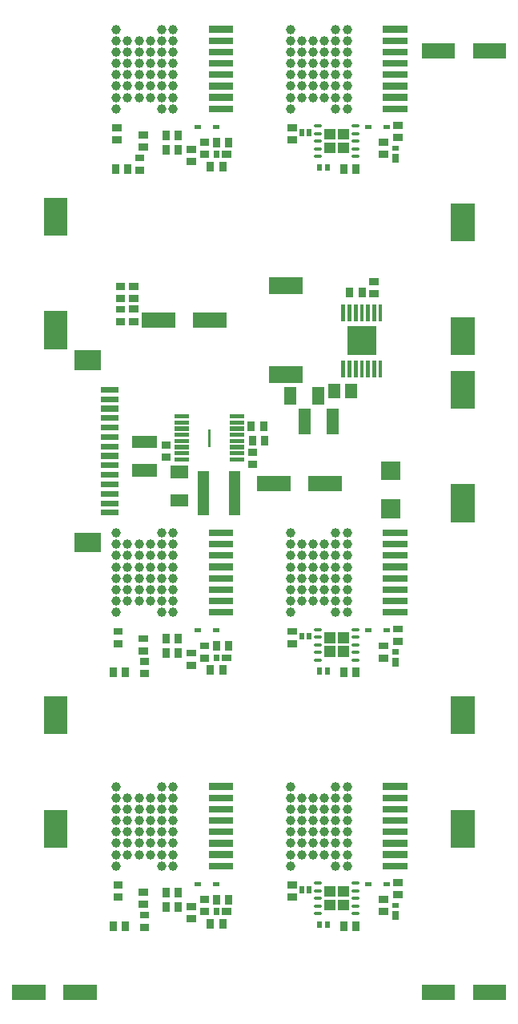
<source format=gbr>
G04 start of page 12 for group -4015 idx -4015 *
G04 Title: fet12, toppaste *
G04 Creator: pcb 20140316 *
G04 CreationDate: Thu 12 Apr 2018 01:23:09 AM GMT UTC *
G04 For: brian *
G04 Format: Gerber/RS-274X *
G04 PCB-Dimensions (mil): 6000.00 5000.00 *
G04 PCB-Coordinate-Origin: lower left *
%MOIN*%
%FSLAX25Y25*%
%LNTOPPASTE*%
%ADD217R,0.0460X0.0460*%
%ADD216R,0.0100X0.0100*%
%ADD215R,0.0177X0.0177*%
%ADD214C,0.0138*%
%ADD213C,0.0001*%
%ADD212R,0.0159X0.0159*%
%ADD211R,0.0217X0.0217*%
%ADD210R,0.0276X0.0276*%
%ADD209C,0.0394*%
%ADD208R,0.0276X0.0276*%
%ADD207R,0.0827X0.0827*%
%ADD206R,0.0236X0.0236*%
%ADD205R,0.0700X0.0700*%
%ADD204R,0.1181X0.1181*%
%ADD203R,0.0165X0.0165*%
%ADD202R,0.0512X0.0512*%
%ADD201R,0.0197X0.0197*%
%ADD200R,0.0295X0.0295*%
%ADD199R,0.0984X0.0984*%
%ADD198R,0.0630X0.0630*%
G54D198*X260890Y327500D02*X268370D01*
X239630D02*X247110D01*
G54D199*X200500Y166075D02*Y160169D01*
Y118831D02*Y112925D01*
G54D200*X246441Y404992D02*Y404008D01*
X251559Y404992D02*Y404008D01*
X320441Y390992D02*Y390008D01*
X325559Y390992D02*Y390008D01*
G54D201*X310426Y391393D02*Y390607D01*
X313574Y391393D02*Y390607D01*
G54D200*X236508Y399441D02*X237492D01*
X236508Y404559D02*X237492D01*
X235008Y395059D02*X235992D01*
X235008Y389941D02*X235992D01*
X225508Y407559D02*X226492D01*
X225508Y402441D02*X226492D01*
X230559Y390992D02*Y390008D01*
X225441Y390992D02*Y390008D01*
X246441Y398992D02*Y398008D01*
X251559Y398992D02*Y398008D01*
X264941Y391992D02*Y391008D01*
X270059Y391992D02*Y391008D01*
X328059Y339492D02*Y338508D01*
X322941Y339492D02*Y338508D01*
X332508Y338441D02*X333492D01*
X332508Y343559D02*X333492D01*
G54D202*X298095Y297181D02*Y294819D01*
X309905Y297181D02*Y294819D01*
X315905Y288255D02*Y282745D01*
X304095Y288255D02*Y282745D01*
G54D203*X320323Y309984D02*Y304630D01*
X322882Y309984D02*Y304630D01*
X325441Y309984D02*Y304630D01*
X328000Y309984D02*Y304630D01*
X330559Y309984D02*Y304630D01*
X333118Y309984D02*Y304630D01*
X335677Y309984D02*Y304630D01*
Y333370D02*Y328016D01*
X333118Y333370D02*Y328016D01*
X330559Y333370D02*Y328016D01*
X328000Y333370D02*Y328016D01*
X325441Y333370D02*Y328016D01*
X322882Y333370D02*Y328016D01*
X320323Y333370D02*Y328016D01*
G54D204*X327803Y319000D02*X328197D01*
G54D202*X323543Y298393D02*Y297607D01*
X316457Y298393D02*Y297607D01*
G54D205*X293000Y342000D02*X300000D01*
X293000Y305000D02*X300000D01*
G54D206*X220441Y298591D02*X225559D01*
X220441Y294654D02*X225559D01*
X220441Y290717D02*X225559D01*
X220441Y286780D02*X225559D01*
X220441Y282843D02*X225559D01*
X220441Y278906D02*X225559D01*
X220441Y274969D02*X225559D01*
X220441Y271031D02*X225559D01*
X220441Y267094D02*X225559D01*
X220441Y263157D02*X225559D01*
X220441Y259220D02*X225559D01*
X220441Y255283D02*X225559D01*
X220441Y251346D02*X225559D01*
X220441Y247409D02*X225559D01*
G54D207*X212370Y235008D02*X215126D01*
X212370Y310992D02*X215126D01*
G54D208*X265614Y415465D02*X273094D01*
X265614Y420189D02*X273094D01*
X265614Y424913D02*X273094D01*
X265614Y429638D02*X273094D01*
X265614Y434362D02*X273094D01*
X265614Y439087D02*X273094D01*
X265614Y443811D02*X273094D01*
X265614Y448535D02*X273094D01*
G54D209*X249354Y415465D03*
Y420189D03*
Y424913D03*
Y429638D03*
Y434362D03*
Y439087D03*
Y443811D03*
Y448535D03*
X244630Y415465D03*
Y420189D03*
Y424913D03*
Y429638D03*
Y434362D03*
Y439087D03*
Y443811D03*
Y448535D03*
X239906Y420189D03*
Y424913D03*
Y429638D03*
Y434362D03*
Y439087D03*
Y443811D03*
X235181Y420189D03*
Y424913D03*
Y429638D03*
Y434362D03*
Y439087D03*
Y443811D03*
X230457Y420189D03*
Y424913D03*
Y429638D03*
Y434362D03*
Y439087D03*
Y443811D03*
X225732Y415465D03*
Y420189D03*
Y424913D03*
Y429638D03*
Y434362D03*
Y439087D03*
Y443811D03*
Y448535D03*
G54D208*X338114Y415465D02*X345594D01*
X338114Y420189D02*X345594D01*
X338114Y424913D02*X345594D01*
X338114Y429638D02*X345594D01*
X338114Y434362D02*X345594D01*
X338114Y439087D02*X345594D01*
X338114Y443811D02*X345594D01*
X338114Y448535D02*X345594D01*
G54D209*X321854Y415465D03*
Y420189D03*
Y424913D03*
Y429638D03*
Y434362D03*
Y439087D03*
Y443811D03*
Y448535D03*
X317130Y415465D03*
Y420189D03*
Y424913D03*
Y429638D03*
Y434362D03*
Y439087D03*
Y443811D03*
Y448535D03*
X312406Y420189D03*
Y424913D03*
Y429638D03*
Y434362D03*
Y439087D03*
Y443811D03*
X307681Y420189D03*
Y424913D03*
Y429638D03*
Y434362D03*
Y439087D03*
Y443811D03*
X302957Y420189D03*
Y424913D03*
Y429638D03*
Y434362D03*
Y439087D03*
Y443811D03*
X298232Y415465D03*
Y420189D03*
Y424913D03*
Y429638D03*
Y434362D03*
Y439087D03*
Y443811D03*
Y448535D03*
G54D200*X342508Y403441D02*X343492D01*
X342508Y408559D02*X343492D01*
G54D210*X342000Y395319D02*Y394335D01*
G54D211*X341705Y398961D02*X342295D01*
G54D200*X336508Y396441D02*X337492D01*
X336508Y401559D02*X337492D01*
G54D212*X329978Y408000D02*X331187D01*
X337813D02*X339022D01*
G54D200*X272559Y401992D02*Y401008D01*
X267441Y401992D02*Y401008D01*
G54D212*X258978Y408000D02*X260187D01*
X266813D02*X268022D01*
G54D200*X262008Y396441D02*X262992D01*
X262008Y401559D02*X262992D01*
G54D210*X271181Y396500D02*X272165D01*
G54D211*X267539Y396795D02*Y396205D01*
G54D200*X298508Y407559D02*X299492D01*
X298508Y402441D02*X299492D01*
G54D201*X306074Y405893D02*Y405107D01*
X302926Y405893D02*Y405107D01*
G54D199*X370000Y323831D02*Y317925D01*
Y371075D02*Y365169D01*
Y301575D02*Y295669D01*
Y254331D02*Y248425D01*
G54D213*G36*
X336050Y268800D02*Y260900D01*
X343950D01*
Y268800D01*
X336050D01*
G37*
G36*
Y253100D02*Y245200D01*
X343950D01*
Y253100D01*
X336050D01*
G37*
G36*
X318091Y407118D02*Y402591D01*
X322618D01*
Y407118D01*
X318091D01*
G37*
G36*
Y401409D02*Y396882D01*
X322618D01*
Y401409D01*
X318091D01*
G37*
G36*
X312382Y407118D02*Y402591D01*
X316909D01*
Y407118D01*
X312382D01*
G37*
G36*
Y401409D02*Y396882D01*
X316909D01*
Y401409D01*
X312382D01*
G37*
G54D214*X308740Y395701D02*X310709D01*
X308740Y398850D02*X310709D01*
X308740Y402000D02*X310709D01*
X308740Y405150D02*X310709D01*
X308740Y408299D02*X310709D01*
X324291Y395701D02*X326260D01*
X324291Y398850D02*X326260D01*
X324291Y402000D02*X326260D01*
X324291Y405150D02*X326260D01*
X324291Y408299D02*X326260D01*
G54D199*X200500Y373575D02*Y367669D01*
Y326331D02*Y320425D01*
G54D200*X256508Y398559D02*X257492D01*
X256508Y393441D02*X257492D01*
G54D199*X370000Y166075D02*Y160169D01*
Y118831D02*Y112925D01*
G54D200*X246441Y195492D02*Y194508D01*
X251559Y195492D02*Y194508D01*
X320441Y181492D02*Y180508D01*
X325559Y181492D02*Y180508D01*
G54D201*X310426Y181893D02*Y181107D01*
X313574Y181893D02*Y181107D01*
G54D200*X236508Y189941D02*X237492D01*
X236508Y195059D02*X237492D01*
X237008Y185559D02*X237992D01*
X237008Y180441D02*X237992D01*
X226008Y198059D02*X226992D01*
X226008Y192941D02*X226992D01*
X229559Y181492D02*Y180508D01*
X224441Y181492D02*Y180508D01*
X246441Y189492D02*Y188508D01*
X251559Y189492D02*Y188508D01*
X264941Y182492D02*Y181508D01*
X270059Y182492D02*Y181508D01*
G54D208*X265614Y205965D02*X273094D01*
X265614Y210689D02*X273094D01*
X265614Y215413D02*X273094D01*
X265614Y220138D02*X273094D01*
X265614Y224862D02*X273094D01*
X265614Y229587D02*X273094D01*
X265614Y234311D02*X273094D01*
X265614Y239035D02*X273094D01*
G54D209*X249354Y205965D03*
Y210689D03*
Y215413D03*
Y220138D03*
Y224862D03*
Y229587D03*
Y234311D03*
Y239035D03*
X244630Y205965D03*
Y210689D03*
Y215413D03*
Y220138D03*
Y224862D03*
Y229587D03*
Y234311D03*
Y239035D03*
X239906Y210689D03*
Y215413D03*
Y220138D03*
Y224862D03*
Y229587D03*
Y234311D03*
X235181Y210689D03*
Y215413D03*
Y220138D03*
Y224862D03*
Y229587D03*
Y234311D03*
X230457Y210689D03*
Y215413D03*
Y220138D03*
Y224862D03*
Y229587D03*
Y234311D03*
X225732Y205965D03*
Y210689D03*
Y215413D03*
Y220138D03*
Y224862D03*
Y229587D03*
Y234311D03*
Y239035D03*
G54D208*X338114Y205965D02*X345594D01*
X338114Y210689D02*X345594D01*
X338114Y215413D02*X345594D01*
X338114Y220138D02*X345594D01*
X338114Y224862D02*X345594D01*
X338114Y229587D02*X345594D01*
X338114Y234311D02*X345594D01*
X338114Y239035D02*X345594D01*
G54D209*X321854Y205965D03*
Y210689D03*
Y215413D03*
Y220138D03*
Y224862D03*
Y229587D03*
Y234311D03*
Y239035D03*
X317130Y205965D03*
Y210689D03*
Y215413D03*
Y220138D03*
Y224862D03*
Y229587D03*
Y234311D03*
Y239035D03*
X312406Y210689D03*
Y215413D03*
Y220138D03*
Y224862D03*
Y229587D03*
Y234311D03*
X307681Y210689D03*
Y215413D03*
Y220138D03*
Y224862D03*
Y229587D03*
Y234311D03*
X302957Y210689D03*
Y215413D03*
Y220138D03*
Y224862D03*
Y229587D03*
Y234311D03*
X298232Y205965D03*
Y210689D03*
Y215413D03*
Y220138D03*
Y224862D03*
Y229587D03*
Y234311D03*
Y239035D03*
G54D200*X342508Y193941D02*X343492D01*
X342508Y199059D02*X343492D01*
G54D210*X342000Y185819D02*Y184835D01*
G54D211*X341705Y189461D02*X342295D01*
G54D200*X336508Y186941D02*X337492D01*
X336508Y192059D02*X337492D01*
G54D212*X329978Y198500D02*X331187D01*
X337813D02*X339022D01*
G54D200*X272559Y192492D02*Y191508D01*
X267441Y192492D02*Y191508D01*
G54D212*X258978Y198500D02*X260187D01*
X266813D02*X268022D01*
G54D200*X262008Y186941D02*X262992D01*
X262008Y192059D02*X262992D01*
G54D210*X271181Y187000D02*X272165D01*
G54D211*X267539Y187295D02*Y186705D01*
G54D200*X298508Y198059D02*X299492D01*
X298508Y192941D02*X299492D01*
G54D201*X306074Y196393D02*Y195607D01*
X302926Y196393D02*Y195607D01*
G54D213*G36*
X318091Y197618D02*Y193091D01*
X322618D01*
Y197618D01*
X318091D01*
G37*
G36*
Y191909D02*Y187382D01*
X322618D01*
Y191909D01*
X318091D01*
G37*
G36*
X312382Y197618D02*Y193091D01*
X316909D01*
Y197618D01*
X312382D01*
G37*
G36*
Y191909D02*Y187382D01*
X316909D01*
Y191909D01*
X312382D01*
G37*
G54D214*X308740Y186201D02*X310709D01*
X308740Y189350D02*X310709D01*
X308740Y192500D02*X310709D01*
X308740Y195650D02*X310709D01*
X308740Y198799D02*X310709D01*
X324291Y186201D02*X326260D01*
X324291Y189350D02*X326260D01*
X324291Y192500D02*X326260D01*
X324291Y195650D02*X326260D01*
X324291Y198799D02*X326260D01*
G54D200*X256508Y189059D02*X257492D01*
X256508Y183941D02*X257492D01*
X246441Y89992D02*Y89008D01*
X251559Y89992D02*Y89008D01*
X320441Y75992D02*Y75008D01*
X325559Y75992D02*Y75008D01*
G54D201*X310426Y76393D02*Y75607D01*
X313574Y76393D02*Y75607D01*
G54D200*X236508Y84441D02*X237492D01*
X236508Y89559D02*X237492D01*
X237008Y80059D02*X237992D01*
X237008Y74941D02*X237992D01*
X226008Y92559D02*X226992D01*
X226008Y87441D02*X226992D01*
X229559Y75992D02*Y75008D01*
X224441Y75992D02*Y75008D01*
X246441Y83992D02*Y83008D01*
X251559Y83992D02*Y83008D01*
X264941Y76992D02*Y76008D01*
X270059Y76992D02*Y76008D01*
G54D208*X265614Y100465D02*X273094D01*
X265614Y105189D02*X273094D01*
X265614Y109913D02*X273094D01*
X265614Y114638D02*X273094D01*
X265614Y119362D02*X273094D01*
X265614Y124087D02*X273094D01*
X265614Y128811D02*X273094D01*
X265614Y133535D02*X273094D01*
G54D209*X249354Y100465D03*
Y105189D03*
Y109913D03*
Y114638D03*
Y119362D03*
Y124087D03*
Y128811D03*
Y133535D03*
X244630Y100465D03*
Y105189D03*
Y109913D03*
Y114638D03*
Y119362D03*
Y124087D03*
Y128811D03*
Y133535D03*
X239906Y105189D03*
Y109913D03*
Y114638D03*
Y119362D03*
Y124087D03*
Y128811D03*
X235181Y105189D03*
Y109913D03*
Y114638D03*
Y119362D03*
Y124087D03*
Y128811D03*
X230457Y105189D03*
Y109913D03*
Y114638D03*
Y119362D03*
Y124087D03*
Y128811D03*
X225732Y100465D03*
Y105189D03*
Y109913D03*
Y114638D03*
Y119362D03*
Y124087D03*
Y128811D03*
Y133535D03*
G54D208*X338114Y100465D02*X345594D01*
X338114Y105189D02*X345594D01*
X338114Y109913D02*X345594D01*
X338114Y114638D02*X345594D01*
X338114Y119362D02*X345594D01*
X338114Y124087D02*X345594D01*
X338114Y128811D02*X345594D01*
X338114Y133535D02*X345594D01*
G54D209*X321854Y100465D03*
Y105189D03*
Y109913D03*
Y114638D03*
Y119362D03*
Y124087D03*
Y128811D03*
Y133535D03*
X317130Y100465D03*
Y105189D03*
Y109913D03*
Y114638D03*
Y119362D03*
Y124087D03*
Y128811D03*
Y133535D03*
X312406Y105189D03*
Y109913D03*
Y114638D03*
Y119362D03*
Y124087D03*
Y128811D03*
X307681Y105189D03*
Y109913D03*
Y114638D03*
Y119362D03*
Y124087D03*
Y128811D03*
X302957Y105189D03*
Y109913D03*
Y114638D03*
Y119362D03*
Y124087D03*
Y128811D03*
X298232Y100465D03*
Y105189D03*
Y109913D03*
Y114638D03*
Y119362D03*
Y124087D03*
Y128811D03*
Y133535D03*
G54D200*X342508Y88441D02*X343492D01*
X342508Y93559D02*X343492D01*
G54D210*X342000Y80319D02*Y79335D01*
G54D211*X341705Y83961D02*X342295D01*
G54D200*X336508Y81441D02*X337492D01*
X336508Y86559D02*X337492D01*
G54D212*X329978Y93000D02*X331187D01*
X337813D02*X339022D01*
G54D200*X272559Y86992D02*Y86008D01*
X267441Y86992D02*Y86008D01*
G54D212*X258978Y93000D02*X260187D01*
X266813D02*X268022D01*
G54D200*X262008Y81441D02*X262992D01*
X262008Y86559D02*X262992D01*
G54D210*X271181Y81500D02*X272165D01*
G54D211*X267539Y81795D02*Y81205D01*
G54D200*X298508Y92559D02*X299492D01*
X298508Y87441D02*X299492D01*
G54D201*X306074Y90893D02*Y90107D01*
X302926Y90893D02*Y90107D01*
G54D213*G36*
X318091Y92118D02*Y87591D01*
X322618D01*
Y92118D01*
X318091D01*
G37*
G36*
Y86409D02*Y81882D01*
X322618D01*
Y86409D01*
X318091D01*
G37*
G36*
X312382Y92118D02*Y87591D01*
X316909D01*
Y92118D01*
X312382D01*
G37*
G36*
Y86409D02*Y81882D01*
X316909D01*
Y86409D01*
X312382D01*
G37*
G54D214*X308740Y80701D02*X310709D01*
X308740Y83850D02*X310709D01*
X308740Y87000D02*X310709D01*
X308740Y90150D02*X310709D01*
X308740Y93299D02*X310709D01*
X324291Y80701D02*X326260D01*
X324291Y83850D02*X326260D01*
X324291Y87000D02*X326260D01*
X324291Y90150D02*X326260D01*
X324291Y93299D02*X326260D01*
G54D200*X256508Y83559D02*X257492D01*
X256508Y78441D02*X257492D01*
G54D202*X250819Y252595D02*X253181D01*
X250819Y264405D02*X253181D01*
G54D200*X282008Y267441D02*X282992D01*
X282008Y272559D02*X282992D01*
G54D215*X273850Y269543D02*X277984D01*
X273850Y272102D02*X277984D01*
X273850Y274661D02*X277984D01*
X273850Y277220D02*X277984D01*
X273850Y279780D02*X277984D01*
X273850Y282339D02*X277984D01*
X273850Y284898D02*X277984D01*
X273850Y287457D02*X277984D01*
X251016D02*X255150D01*
X251016Y284898D02*X255150D01*
X251016Y282339D02*X255150D01*
X251016Y279780D02*X255150D01*
X251016Y277220D02*X255150D01*
X251016Y274661D02*X255150D01*
X251016Y272102D02*X255150D01*
X251016Y269543D02*X255150D01*
G54D216*X264500Y280232D02*Y276768D01*
Y281650D02*Y275350D01*
G54D200*X287559Y277992D02*Y277008D01*
X282441Y277992D02*Y277008D01*
G54D217*X275000Y262450D02*Y248550D01*
X262000Y262450D02*Y248550D01*
G54D200*X246008Y275559D02*X246992D01*
X246008Y270441D02*X246992D01*
G54D202*X234745Y276905D02*X240255D01*
X234745Y265095D02*X240255D01*
G54D200*X281941Y283992D02*Y283008D01*
X287059Y283992D02*Y283008D01*
G54D198*X206890Y48000D02*X214370D01*
X185630D02*X193110D01*
X377390D02*X384870D01*
X356130D02*X363610D01*
X308890Y259500D02*X316370D01*
X287630D02*X295110D01*
X377390Y439500D02*X384870D01*
X356130D02*X363610D01*
G54D200*X232508Y332118D02*X233492D01*
X232508Y327000D02*X233492D01*
X232508Y336500D02*X233492D01*
X232508Y341618D02*X233492D01*
X227008Y341559D02*X227992D01*
X227008Y336441D02*X227992D01*
X227008Y332059D02*X227992D01*
X227008Y326941D02*X227992D01*
M02*

</source>
